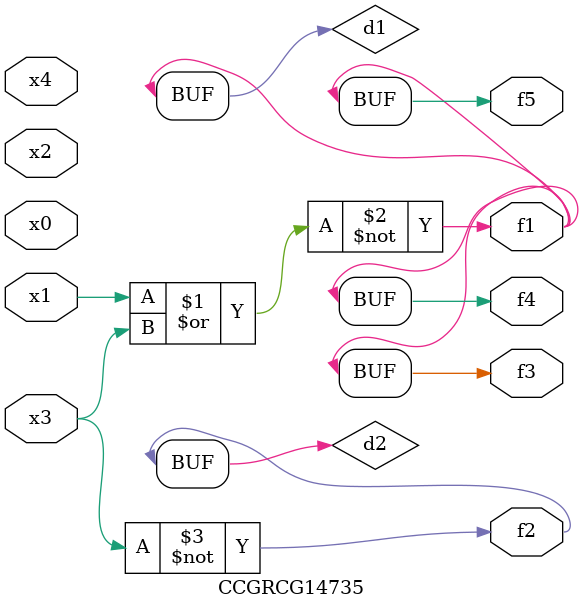
<source format=v>
module CCGRCG14735(
	input x0, x1, x2, x3, x4,
	output f1, f2, f3, f4, f5
);

	wire d1, d2;

	nor (d1, x1, x3);
	not (d2, x3);
	assign f1 = d1;
	assign f2 = d2;
	assign f3 = d1;
	assign f4 = d1;
	assign f5 = d1;
endmodule

</source>
